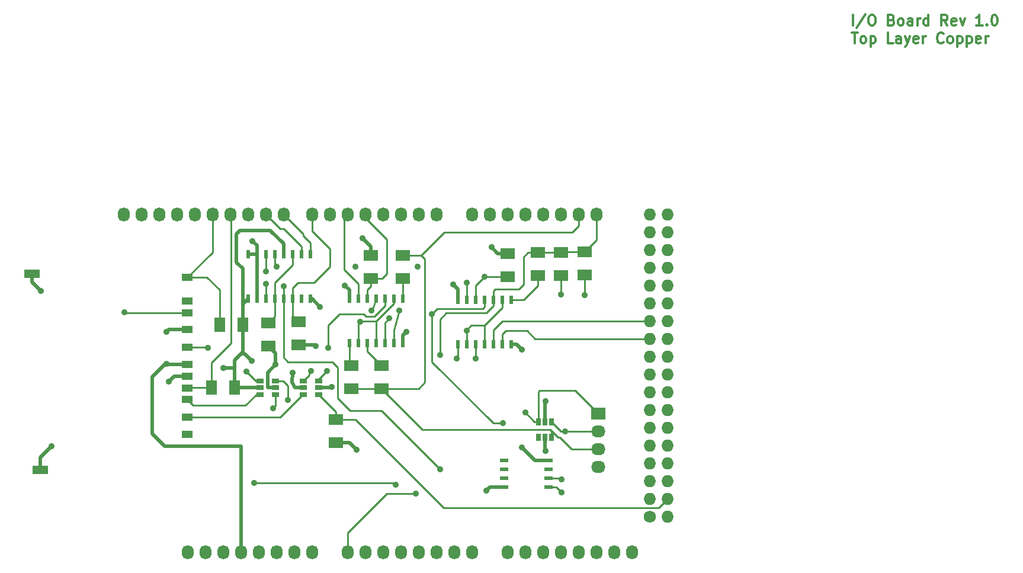
<source format=gbr>
G04 #@! TF.FileFunction,Copper,L1,Top,Signal*
%FSLAX46Y46*%
G04 Gerber Fmt 4.6, Leading zero omitted, Abs format (unit mm)*
G04 Created by KiCad (PCBNEW 4.0.6) date 11/29/17 13:30:51*
%MOMM*%
%LPD*%
G01*
G04 APERTURE LIST*
%ADD10C,0.100000*%
%ADD11C,0.300000*%
%ADD12C,1.727200*%
%ADD13O,1.727200X1.727200*%
%ADD14O,1.727200X2.032000*%
%ADD15R,1.060000X0.650000*%
%ADD16R,0.508000X1.143000*%
%ADD17R,2.030000X1.730000*%
%ADD18O,2.030000X1.730000*%
%ADD19R,2.032000X1.524000*%
%ADD20R,1.524000X2.032000*%
%ADD21R,1.500000X1.000000*%
%ADD22R,2.200000X1.200000*%
%ADD23R,1.143000X0.508000*%
%ADD24R,0.650000X1.060000*%
%ADD25C,0.889000*%
%ADD26C,0.508000*%
%ADD27C,0.254000*%
G04 APERTURE END LIST*
D10*
D11*
X226417143Y-43853571D02*
X226417143Y-42353571D01*
X228202857Y-42282143D02*
X226917143Y-44210714D01*
X228988572Y-42353571D02*
X229274286Y-42353571D01*
X229417144Y-42425000D01*
X229560001Y-42567857D01*
X229631429Y-42853571D01*
X229631429Y-43353571D01*
X229560001Y-43639286D01*
X229417144Y-43782143D01*
X229274286Y-43853571D01*
X228988572Y-43853571D01*
X228845715Y-43782143D01*
X228702858Y-43639286D01*
X228631429Y-43353571D01*
X228631429Y-42853571D01*
X228702858Y-42567857D01*
X228845715Y-42425000D01*
X228988572Y-42353571D01*
X231917144Y-43067857D02*
X232131430Y-43139286D01*
X232202858Y-43210714D01*
X232274287Y-43353571D01*
X232274287Y-43567857D01*
X232202858Y-43710714D01*
X232131430Y-43782143D01*
X231988572Y-43853571D01*
X231417144Y-43853571D01*
X231417144Y-42353571D01*
X231917144Y-42353571D01*
X232060001Y-42425000D01*
X232131430Y-42496429D01*
X232202858Y-42639286D01*
X232202858Y-42782143D01*
X232131430Y-42925000D01*
X232060001Y-42996429D01*
X231917144Y-43067857D01*
X231417144Y-43067857D01*
X233131430Y-43853571D02*
X232988572Y-43782143D01*
X232917144Y-43710714D01*
X232845715Y-43567857D01*
X232845715Y-43139286D01*
X232917144Y-42996429D01*
X232988572Y-42925000D01*
X233131430Y-42853571D01*
X233345715Y-42853571D01*
X233488572Y-42925000D01*
X233560001Y-42996429D01*
X233631430Y-43139286D01*
X233631430Y-43567857D01*
X233560001Y-43710714D01*
X233488572Y-43782143D01*
X233345715Y-43853571D01*
X233131430Y-43853571D01*
X234917144Y-43853571D02*
X234917144Y-43067857D01*
X234845715Y-42925000D01*
X234702858Y-42853571D01*
X234417144Y-42853571D01*
X234274287Y-42925000D01*
X234917144Y-43782143D02*
X234774287Y-43853571D01*
X234417144Y-43853571D01*
X234274287Y-43782143D01*
X234202858Y-43639286D01*
X234202858Y-43496429D01*
X234274287Y-43353571D01*
X234417144Y-43282143D01*
X234774287Y-43282143D01*
X234917144Y-43210714D01*
X235631430Y-43853571D02*
X235631430Y-42853571D01*
X235631430Y-43139286D02*
X235702858Y-42996429D01*
X235774287Y-42925000D01*
X235917144Y-42853571D01*
X236060001Y-42853571D01*
X237202858Y-43853571D02*
X237202858Y-42353571D01*
X237202858Y-43782143D02*
X237060001Y-43853571D01*
X236774287Y-43853571D01*
X236631429Y-43782143D01*
X236560001Y-43710714D01*
X236488572Y-43567857D01*
X236488572Y-43139286D01*
X236560001Y-42996429D01*
X236631429Y-42925000D01*
X236774287Y-42853571D01*
X237060001Y-42853571D01*
X237202858Y-42925000D01*
X239917144Y-43853571D02*
X239417144Y-43139286D01*
X239060001Y-43853571D02*
X239060001Y-42353571D01*
X239631429Y-42353571D01*
X239774287Y-42425000D01*
X239845715Y-42496429D01*
X239917144Y-42639286D01*
X239917144Y-42853571D01*
X239845715Y-42996429D01*
X239774287Y-43067857D01*
X239631429Y-43139286D01*
X239060001Y-43139286D01*
X241131429Y-43782143D02*
X240988572Y-43853571D01*
X240702858Y-43853571D01*
X240560001Y-43782143D01*
X240488572Y-43639286D01*
X240488572Y-43067857D01*
X240560001Y-42925000D01*
X240702858Y-42853571D01*
X240988572Y-42853571D01*
X241131429Y-42925000D01*
X241202858Y-43067857D01*
X241202858Y-43210714D01*
X240488572Y-43353571D01*
X241702858Y-42853571D02*
X242060001Y-43853571D01*
X242417143Y-42853571D01*
X244917143Y-43853571D02*
X244060000Y-43853571D01*
X244488572Y-43853571D02*
X244488572Y-42353571D01*
X244345715Y-42567857D01*
X244202857Y-42710714D01*
X244060000Y-42782143D01*
X245560000Y-43710714D02*
X245631428Y-43782143D01*
X245560000Y-43853571D01*
X245488571Y-43782143D01*
X245560000Y-43710714D01*
X245560000Y-43853571D01*
X246560000Y-42353571D02*
X246702857Y-42353571D01*
X246845714Y-42425000D01*
X246917143Y-42496429D01*
X246988572Y-42639286D01*
X247060000Y-42925000D01*
X247060000Y-43282143D01*
X246988572Y-43567857D01*
X246917143Y-43710714D01*
X246845714Y-43782143D01*
X246702857Y-43853571D01*
X246560000Y-43853571D01*
X246417143Y-43782143D01*
X246345714Y-43710714D01*
X246274286Y-43567857D01*
X246202857Y-43282143D01*
X246202857Y-42925000D01*
X246274286Y-42639286D01*
X246345714Y-42496429D01*
X246417143Y-42425000D01*
X246560000Y-42353571D01*
X226202857Y-44903571D02*
X227060000Y-44903571D01*
X226631429Y-46403571D02*
X226631429Y-44903571D01*
X227774286Y-46403571D02*
X227631428Y-46332143D01*
X227560000Y-46260714D01*
X227488571Y-46117857D01*
X227488571Y-45689286D01*
X227560000Y-45546429D01*
X227631428Y-45475000D01*
X227774286Y-45403571D01*
X227988571Y-45403571D01*
X228131428Y-45475000D01*
X228202857Y-45546429D01*
X228274286Y-45689286D01*
X228274286Y-46117857D01*
X228202857Y-46260714D01*
X228131428Y-46332143D01*
X227988571Y-46403571D01*
X227774286Y-46403571D01*
X228917143Y-45403571D02*
X228917143Y-46903571D01*
X228917143Y-45475000D02*
X229060000Y-45403571D01*
X229345714Y-45403571D01*
X229488571Y-45475000D01*
X229560000Y-45546429D01*
X229631429Y-45689286D01*
X229631429Y-46117857D01*
X229560000Y-46260714D01*
X229488571Y-46332143D01*
X229345714Y-46403571D01*
X229060000Y-46403571D01*
X228917143Y-46332143D01*
X232131429Y-46403571D02*
X231417143Y-46403571D01*
X231417143Y-44903571D01*
X233274286Y-46403571D02*
X233274286Y-45617857D01*
X233202857Y-45475000D01*
X233060000Y-45403571D01*
X232774286Y-45403571D01*
X232631429Y-45475000D01*
X233274286Y-46332143D02*
X233131429Y-46403571D01*
X232774286Y-46403571D01*
X232631429Y-46332143D01*
X232560000Y-46189286D01*
X232560000Y-46046429D01*
X232631429Y-45903571D01*
X232774286Y-45832143D01*
X233131429Y-45832143D01*
X233274286Y-45760714D01*
X233845715Y-45403571D02*
X234202858Y-46403571D01*
X234560000Y-45403571D02*
X234202858Y-46403571D01*
X234060000Y-46760714D01*
X233988572Y-46832143D01*
X233845715Y-46903571D01*
X235702857Y-46332143D02*
X235560000Y-46403571D01*
X235274286Y-46403571D01*
X235131429Y-46332143D01*
X235060000Y-46189286D01*
X235060000Y-45617857D01*
X235131429Y-45475000D01*
X235274286Y-45403571D01*
X235560000Y-45403571D01*
X235702857Y-45475000D01*
X235774286Y-45617857D01*
X235774286Y-45760714D01*
X235060000Y-45903571D01*
X236417143Y-46403571D02*
X236417143Y-45403571D01*
X236417143Y-45689286D02*
X236488571Y-45546429D01*
X236560000Y-45475000D01*
X236702857Y-45403571D01*
X236845714Y-45403571D01*
X239345714Y-46260714D02*
X239274285Y-46332143D01*
X239059999Y-46403571D01*
X238917142Y-46403571D01*
X238702857Y-46332143D01*
X238559999Y-46189286D01*
X238488571Y-46046429D01*
X238417142Y-45760714D01*
X238417142Y-45546429D01*
X238488571Y-45260714D01*
X238559999Y-45117857D01*
X238702857Y-44975000D01*
X238917142Y-44903571D01*
X239059999Y-44903571D01*
X239274285Y-44975000D01*
X239345714Y-45046429D01*
X240202857Y-46403571D02*
X240059999Y-46332143D01*
X239988571Y-46260714D01*
X239917142Y-46117857D01*
X239917142Y-45689286D01*
X239988571Y-45546429D01*
X240059999Y-45475000D01*
X240202857Y-45403571D01*
X240417142Y-45403571D01*
X240559999Y-45475000D01*
X240631428Y-45546429D01*
X240702857Y-45689286D01*
X240702857Y-46117857D01*
X240631428Y-46260714D01*
X240559999Y-46332143D01*
X240417142Y-46403571D01*
X240202857Y-46403571D01*
X241345714Y-45403571D02*
X241345714Y-46903571D01*
X241345714Y-45475000D02*
X241488571Y-45403571D01*
X241774285Y-45403571D01*
X241917142Y-45475000D01*
X241988571Y-45546429D01*
X242060000Y-45689286D01*
X242060000Y-46117857D01*
X241988571Y-46260714D01*
X241917142Y-46332143D01*
X241774285Y-46403571D01*
X241488571Y-46403571D01*
X241345714Y-46332143D01*
X242702857Y-45403571D02*
X242702857Y-46903571D01*
X242702857Y-45475000D02*
X242845714Y-45403571D01*
X243131428Y-45403571D01*
X243274285Y-45475000D01*
X243345714Y-45546429D01*
X243417143Y-45689286D01*
X243417143Y-46117857D01*
X243345714Y-46260714D01*
X243274285Y-46332143D01*
X243131428Y-46403571D01*
X242845714Y-46403571D01*
X242702857Y-46332143D01*
X244631428Y-46332143D02*
X244488571Y-46403571D01*
X244202857Y-46403571D01*
X244060000Y-46332143D01*
X243988571Y-46189286D01*
X243988571Y-45617857D01*
X244060000Y-45475000D01*
X244202857Y-45403571D01*
X244488571Y-45403571D01*
X244631428Y-45475000D01*
X244702857Y-45617857D01*
X244702857Y-45760714D01*
X243988571Y-45903571D01*
X245345714Y-46403571D02*
X245345714Y-45403571D01*
X245345714Y-45689286D02*
X245417142Y-45546429D01*
X245488571Y-45475000D01*
X245631428Y-45403571D01*
X245774285Y-45403571D01*
D12*
X197358000Y-114046000D03*
D13*
X199898000Y-114046000D03*
X197358000Y-111506000D03*
X199898000Y-111506000D03*
X197358000Y-108966000D03*
X199898000Y-108966000D03*
X197358000Y-106426000D03*
X199898000Y-106426000D03*
X197358000Y-103886000D03*
X199898000Y-103886000D03*
X197358000Y-101346000D03*
X199898000Y-101346000D03*
X197358000Y-98806000D03*
X199898000Y-98806000D03*
X197358000Y-96266000D03*
X199898000Y-96266000D03*
X197358000Y-93726000D03*
X199898000Y-93726000D03*
X197358000Y-91186000D03*
X199898000Y-91186000D03*
X197358000Y-88646000D03*
X199898000Y-88646000D03*
X197358000Y-86106000D03*
X199898000Y-86106000D03*
X197358000Y-83566000D03*
X199898000Y-83566000D03*
X197358000Y-81026000D03*
X199898000Y-81026000D03*
X197358000Y-78486000D03*
X199898000Y-78486000D03*
X197358000Y-75946000D03*
X199898000Y-75946000D03*
X197358000Y-73406000D03*
X199898000Y-73406000D03*
X197358000Y-70866000D03*
X199898000Y-70866000D03*
D14*
X131318000Y-119126000D03*
X133858000Y-119126000D03*
X136398000Y-119126000D03*
X138938000Y-119126000D03*
X141478000Y-119126000D03*
X144018000Y-119126000D03*
X146558000Y-119126000D03*
X149098000Y-119126000D03*
X154178000Y-119126000D03*
X156718000Y-119126000D03*
X159258000Y-119126000D03*
X161798000Y-119126000D03*
X164338000Y-119126000D03*
X166878000Y-119126000D03*
X169418000Y-119126000D03*
X171958000Y-119126000D03*
X177038000Y-119126000D03*
X179578000Y-119126000D03*
X182118000Y-119126000D03*
X184658000Y-119126000D03*
X187198000Y-119126000D03*
X189738000Y-119126000D03*
X192278000Y-119126000D03*
X194818000Y-119126000D03*
X122174000Y-70866000D03*
X124714000Y-70866000D03*
X127254000Y-70866000D03*
X129794000Y-70866000D03*
X132334000Y-70866000D03*
X134874000Y-70866000D03*
X137414000Y-70866000D03*
X139954000Y-70866000D03*
X142494000Y-70866000D03*
X145034000Y-70866000D03*
X149098000Y-70866000D03*
X151638000Y-70866000D03*
X154178000Y-70866000D03*
X156718000Y-70866000D03*
X159258000Y-70866000D03*
X161798000Y-70866000D03*
X164338000Y-70866000D03*
X166878000Y-70866000D03*
X171958000Y-70866000D03*
X174498000Y-70866000D03*
X177038000Y-70866000D03*
X179578000Y-70866000D03*
X182118000Y-70866000D03*
X184658000Y-70866000D03*
X187198000Y-70866000D03*
X189738000Y-70866000D03*
D15*
X150071000Y-96581000D03*
X150071000Y-95631000D03*
X150071000Y-94681000D03*
X147871000Y-94681000D03*
X147871000Y-96581000D03*
X147871000Y-95631000D03*
D16*
X139954000Y-76581000D03*
X142494000Y-76581000D03*
X143764000Y-76581000D03*
X145034000Y-76581000D03*
X146304000Y-76581000D03*
X147574000Y-76581000D03*
X148844000Y-76581000D03*
X148844000Y-82931000D03*
X147574000Y-82931000D03*
X146304000Y-82931000D03*
X145034000Y-82931000D03*
X143764000Y-82931000D03*
X142494000Y-82931000D03*
X141224000Y-82931000D03*
X139954000Y-82931000D03*
X141224000Y-76581000D03*
X169926000Y-89408000D03*
X171196000Y-89408000D03*
X172466000Y-89408000D03*
X173736000Y-89408000D03*
X175006000Y-89408000D03*
X176276000Y-89408000D03*
X177546000Y-89408000D03*
X177546000Y-83058000D03*
X176276000Y-83058000D03*
X173736000Y-83058000D03*
X172466000Y-83058000D03*
X171196000Y-83058000D03*
X169926000Y-83058000D03*
X175006000Y-83058000D03*
X154432000Y-89281000D03*
X155702000Y-89281000D03*
X156972000Y-89281000D03*
X158242000Y-89281000D03*
X159512000Y-89281000D03*
X160782000Y-89281000D03*
X162052000Y-89281000D03*
X162052000Y-82931000D03*
X160782000Y-82931000D03*
X158242000Y-82931000D03*
X156972000Y-82931000D03*
X155702000Y-82931000D03*
X154432000Y-82931000D03*
X159512000Y-82931000D03*
D17*
X189992000Y-99314000D03*
D18*
X189992000Y-101854000D03*
X189992000Y-104394000D03*
X189992000Y-106934000D03*
D19*
X147193000Y-89535000D03*
X147193000Y-86233000D03*
D20*
X139192000Y-86614000D03*
X135890000Y-86614000D03*
D19*
X184658000Y-76327000D03*
X184658000Y-79629000D03*
X181356000Y-76327000D03*
X181356000Y-79629000D03*
X154686000Y-95758000D03*
X154686000Y-92456000D03*
X162052000Y-76708000D03*
X162052000Y-80010000D03*
X188087000Y-76200000D03*
X188087000Y-79502000D03*
X159004000Y-95758000D03*
X159004000Y-92456000D03*
X142875000Y-86360000D03*
X142875000Y-89662000D03*
X177038000Y-76454000D03*
X177038000Y-79756000D03*
X157480000Y-76708000D03*
X157480000Y-80010000D03*
D21*
X131276000Y-99815000D03*
X131276000Y-97315000D03*
X131276000Y-94015000D03*
X131276000Y-92315000D03*
X131276000Y-89815000D03*
X131276000Y-87315000D03*
X131276000Y-84895000D03*
X131276000Y-83195000D03*
X131276000Y-102315000D03*
X131276000Y-95665000D03*
X131276000Y-79845000D03*
D22*
X110276000Y-107345000D03*
X109076000Y-79345000D03*
D20*
X138049000Y-95631000D03*
X134747000Y-95631000D03*
D19*
X152527000Y-103505000D03*
X152527000Y-100203000D03*
D15*
X143848000Y-96581000D03*
X143848000Y-95631000D03*
X143848000Y-94681000D03*
X141648000Y-94681000D03*
X141648000Y-96581000D03*
X141648000Y-95631000D03*
D23*
X182880000Y-106045000D03*
X182880000Y-107315000D03*
X182880000Y-108585000D03*
X182880000Y-109855000D03*
X176530000Y-109855000D03*
X176530000Y-108585000D03*
X176530000Y-107315000D03*
X176530000Y-106045000D03*
D24*
X181422000Y-102700000D03*
X182372000Y-102700000D03*
X183322000Y-102700000D03*
X183322000Y-100500000D03*
X181422000Y-100500000D03*
X182372000Y-100500000D03*
D25*
X179070000Y-90170000D03*
X128651000Y-94742000D03*
X111887000Y-104013000D03*
X110363000Y-81788000D03*
X155321000Y-78359000D03*
X150241000Y-84074000D03*
X162560000Y-87630000D03*
X182499000Y-104648000D03*
X173990000Y-110363000D03*
X143891000Y-92329000D03*
X151892000Y-95504000D03*
X128270000Y-87630000D03*
X155448000Y-104521000D03*
X164211000Y-78359000D03*
X169291000Y-80899000D03*
X174752000Y-75565000D03*
X149606000Y-89662000D03*
X153797000Y-81026000D03*
X140589000Y-74676000D03*
X156337000Y-74295000D03*
X182499000Y-97536000D03*
X179070000Y-104140000D03*
X148971000Y-93218000D03*
X151384000Y-89916000D03*
X167386000Y-107315000D03*
X142494000Y-78994000D03*
X145034000Y-81153000D03*
X163957000Y-110744000D03*
X179578000Y-99187000D03*
X185293000Y-101854000D03*
X176403000Y-100711000D03*
X166243000Y-85090000D03*
X157607000Y-84582000D03*
X184785000Y-108712000D03*
X184785000Y-110617000D03*
X184658000Y-82296000D03*
X169799000Y-91440000D03*
X188087000Y-82423000D03*
X172466000Y-91440000D03*
X173736000Y-79756000D03*
X171196000Y-80645000D03*
X160147000Y-85725000D03*
X161544000Y-84582000D03*
X151257000Y-93218000D03*
X167386000Y-90932000D03*
X134239000Y-89916000D03*
X139700000Y-93345000D03*
X122301000Y-84836000D03*
X140843000Y-109220000D03*
X161036000Y-109474000D03*
X145669000Y-97409000D03*
X143510000Y-98552000D03*
X140462000Y-91821000D03*
X146304000Y-93472000D03*
X136398000Y-92837000D03*
X128270000Y-92202000D03*
X171196000Y-87503000D03*
X142494000Y-80772000D03*
X155956000Y-86233000D03*
X144018000Y-78359000D03*
D26*
X177546000Y-89408000D02*
X178308000Y-89408000D01*
X178308000Y-89408000D02*
X179070000Y-90170000D01*
X131276000Y-94015000D02*
X129378000Y-94015000D01*
X129378000Y-94015000D02*
X128651000Y-94742000D01*
X110276000Y-107345000D02*
X110276000Y-105624000D01*
X110276000Y-105624000D02*
X111887000Y-104013000D01*
X109076000Y-79345000D02*
X109076000Y-80501000D01*
X109076000Y-80501000D02*
X110363000Y-81788000D01*
X148844000Y-82931000D02*
X149098000Y-82931000D01*
X149098000Y-82931000D02*
X150241000Y-84074000D01*
X162052000Y-88138000D02*
X162560000Y-87630000D01*
X162052000Y-89281000D02*
X162052000Y-88138000D01*
X143891000Y-92329000D02*
X143891000Y-90678000D01*
X143891000Y-90678000D02*
X142875000Y-89662000D01*
X182372000Y-102700000D02*
X182372000Y-104521000D01*
X182372000Y-104521000D02*
X182499000Y-104648000D01*
X174498000Y-109855000D02*
X176530000Y-109855000D01*
X173990000Y-110363000D02*
X174498000Y-109855000D01*
X143848000Y-95631000D02*
X142748000Y-95631000D01*
X142748000Y-93472000D02*
X143891000Y-92329000D01*
X142748000Y-95631000D02*
X142748000Y-93472000D01*
X151765000Y-95631000D02*
X150071000Y-95631000D01*
X151892000Y-95504000D02*
X151765000Y-95631000D01*
X128585000Y-87315000D02*
X131276000Y-87315000D01*
X128270000Y-87630000D02*
X128585000Y-87315000D01*
X109076000Y-79345000D02*
X109076000Y-79866000D01*
X152527000Y-103505000D02*
X154432000Y-103505000D01*
X154432000Y-103505000D02*
X155448000Y-104521000D01*
X169926000Y-83058000D02*
X169926000Y-81534000D01*
X169926000Y-81534000D02*
X169291000Y-80899000D01*
X177038000Y-76454000D02*
X175641000Y-76454000D01*
X175641000Y-76454000D02*
X174752000Y-75565000D01*
X147193000Y-89535000D02*
X149479000Y-89535000D01*
X149479000Y-89535000D02*
X149606000Y-89662000D01*
X154432000Y-82931000D02*
X154432000Y-81661000D01*
X154432000Y-81661000D02*
X153797000Y-81026000D01*
X141224000Y-76581000D02*
X141224000Y-75311000D01*
X141224000Y-75311000D02*
X140589000Y-74676000D01*
X157480000Y-75438000D02*
X156337000Y-74295000D01*
X157480000Y-76708000D02*
X157480000Y-75438000D01*
X182372000Y-97663000D02*
X182372000Y-100500000D01*
X182499000Y-97536000D02*
X182372000Y-97663000D01*
X182880000Y-106045000D02*
X180975000Y-106045000D01*
X180975000Y-106045000D02*
X179070000Y-104140000D01*
X139954000Y-76581000D02*
X141224000Y-76581000D01*
X141224000Y-82931000D02*
X141224000Y-76581000D01*
D27*
X155321000Y-85090000D02*
X153035000Y-85090000D01*
X148717000Y-93835000D02*
X147871000Y-94681000D01*
X148717000Y-93472000D02*
X148717000Y-93835000D01*
X148971000Y-93218000D02*
X148717000Y-93472000D01*
X151384000Y-86741000D02*
X151384000Y-89916000D01*
X153035000Y-85090000D02*
X151384000Y-86741000D01*
X159512000Y-82931000D02*
X159512000Y-83947000D01*
X156464000Y-85090000D02*
X155321000Y-85090000D01*
X155321000Y-85090000D02*
X155194000Y-85090000D01*
X156845000Y-85471000D02*
X156464000Y-85090000D01*
X157988000Y-85471000D02*
X156845000Y-85471000D01*
X159512000Y-83947000D02*
X157988000Y-85471000D01*
X145034000Y-70866000D02*
X147828000Y-73660000D01*
X148844000Y-74930000D02*
X148844000Y-76581000D01*
X147828000Y-73914000D02*
X148844000Y-74930000D01*
X147828000Y-73660000D02*
X147828000Y-73914000D01*
X147574000Y-76581000D02*
X147574000Y-75438000D01*
X144526000Y-72898000D02*
X142494000Y-70866000D01*
X145034000Y-72898000D02*
X144526000Y-72898000D01*
X147574000Y-75438000D02*
X145034000Y-72898000D01*
X146304000Y-82931000D02*
X146304000Y-85344000D01*
X146304000Y-85344000D02*
X147193000Y-86233000D01*
X149098000Y-70866000D02*
X149098000Y-73279000D01*
X146304000Y-81407000D02*
X146304000Y-82931000D01*
X147066000Y-80645000D02*
X146304000Y-81407000D01*
X149352000Y-80645000D02*
X147066000Y-80645000D01*
X151638000Y-78359000D02*
X149352000Y-80645000D01*
X151638000Y-75819000D02*
X151638000Y-78359000D01*
X149098000Y-73279000D02*
X151638000Y-75819000D01*
X145034000Y-82931000D02*
X145034000Y-91313000D01*
X159004000Y-98933000D02*
X167386000Y-107315000D01*
X154559000Y-98933000D02*
X159004000Y-98933000D01*
X152781000Y-97155000D02*
X154559000Y-98933000D01*
X152781000Y-92710000D02*
X152781000Y-97155000D01*
X152019000Y-91948000D02*
X152781000Y-92710000D01*
X145669000Y-91948000D02*
X152019000Y-91948000D01*
X145034000Y-91313000D02*
X145669000Y-91948000D01*
X145034000Y-82931000D02*
X145034000Y-81153000D01*
X142494000Y-78994000D02*
X142494000Y-76581000D01*
X154178000Y-119126000D02*
X154178000Y-116332000D01*
X154178000Y-116332000D02*
X159766000Y-110744000D01*
X159766000Y-110744000D02*
X163957000Y-110744000D01*
X180891000Y-100500000D02*
X181422000Y-100500000D01*
X179578000Y-99187000D02*
X180891000Y-100500000D01*
X181422000Y-100500000D02*
X181422000Y-96200000D01*
X186690000Y-96012000D02*
X189992000Y-99314000D01*
X181610000Y-96012000D02*
X186690000Y-96012000D01*
X181422000Y-96200000D02*
X181610000Y-96012000D01*
X166243000Y-85090000D02*
X166243000Y-91948000D01*
X175006000Y-100711000D02*
X176403000Y-100711000D01*
X166243000Y-91948000D02*
X175006000Y-100711000D01*
X158242000Y-82931000D02*
X157734000Y-84455000D01*
X173736000Y-84074000D02*
X173736000Y-83058000D01*
X173482000Y-84328000D02*
X173736000Y-84074000D01*
X167005000Y-84328000D02*
X173482000Y-84328000D01*
X166243000Y-85090000D02*
X167005000Y-84328000D01*
X157734000Y-84455000D02*
X157607000Y-84582000D01*
X182880000Y-108585000D02*
X184658000Y-108585000D01*
X184658000Y-108585000D02*
X184785000Y-108712000D01*
X189992000Y-101854000D02*
X185293000Y-101854000D01*
X185293000Y-101854000D02*
X184676000Y-101854000D01*
X184676000Y-101854000D02*
X183322000Y-100500000D01*
X183322000Y-102700000D02*
X183322000Y-101788000D01*
X183261000Y-101854000D02*
X183261000Y-101727000D01*
X183261000Y-101849000D02*
X183261000Y-101854000D01*
X183322000Y-101788000D02*
X183261000Y-101849000D01*
X182880000Y-109855000D02*
X184023000Y-109855000D01*
X184023000Y-109855000D02*
X184785000Y-110617000D01*
X187198000Y-70866000D02*
X187198000Y-72517000D01*
X168021000Y-73406000D02*
X164719000Y-76708000D01*
X186309000Y-73406000D02*
X168021000Y-73406000D01*
X187198000Y-72517000D02*
X186309000Y-73406000D01*
X159004000Y-95758000D02*
X164338000Y-95758000D01*
X164719000Y-76708000D02*
X162052000Y-76708000D01*
X165227000Y-77216000D02*
X164719000Y-76708000D01*
X165227000Y-94869000D02*
X165227000Y-77216000D01*
X164338000Y-95758000D02*
X165227000Y-94869000D01*
X159004000Y-95758000D02*
X154686000Y-95758000D01*
X189992000Y-104394000D02*
X186182000Y-104394000D01*
X164846000Y-101600000D02*
X159004000Y-95758000D01*
X183134000Y-101600000D02*
X164846000Y-101600000D01*
X184234000Y-102700000D02*
X183261000Y-101727000D01*
X183261000Y-101727000D02*
X183134000Y-101600000D01*
X184488000Y-102700000D02*
X184234000Y-102700000D01*
X186182000Y-104394000D02*
X184488000Y-102700000D01*
X169926000Y-89408000D02*
X169926000Y-91313000D01*
X184658000Y-82296000D02*
X184658000Y-79629000D01*
X169926000Y-91313000D02*
X169799000Y-91440000D01*
X172466000Y-89408000D02*
X172466000Y-91440000D01*
X188087000Y-82423000D02*
X188087000Y-79502000D01*
X197358000Y-86106000D02*
X176276000Y-86106000D01*
X175006000Y-87376000D02*
X175006000Y-89408000D01*
X176276000Y-86106000D02*
X175006000Y-87376000D01*
X197358000Y-88646000D02*
X180975000Y-88646000D01*
X176276000Y-88011000D02*
X176276000Y-89408000D01*
X176784000Y-87503000D02*
X176276000Y-88011000D01*
X179832000Y-87503000D02*
X176784000Y-87503000D01*
X180975000Y-88646000D02*
X179832000Y-87503000D01*
X177546000Y-83058000D02*
X179324000Y-83058000D01*
X181356000Y-81026000D02*
X181356000Y-79629000D01*
X179324000Y-83058000D02*
X181356000Y-81026000D01*
X177038000Y-79756000D02*
X173736000Y-79756000D01*
X172466000Y-81026000D02*
X172466000Y-83058000D01*
X173736000Y-79756000D02*
X172466000Y-81026000D01*
X171196000Y-80645000D02*
X171196000Y-83058000D01*
X154432000Y-89281000D02*
X154432000Y-92202000D01*
X154432000Y-92202000D02*
X154686000Y-92456000D01*
X156972000Y-89281000D02*
X156972000Y-90424000D01*
X156972000Y-90424000D02*
X159004000Y-92456000D01*
X159512000Y-86360000D02*
X160147000Y-85725000D01*
X159512000Y-86360000D02*
X159512000Y-89281000D01*
X160782000Y-89281000D02*
X160782000Y-87376000D01*
X160782000Y-87376000D02*
X161544000Y-84582000D01*
X162052000Y-80010000D02*
X162052000Y-82931000D01*
X156718000Y-70866000D02*
X156718000Y-71374000D01*
X156718000Y-71374000D02*
X159766000Y-74422000D01*
X159766000Y-74422000D02*
X159766000Y-79375000D01*
X159766000Y-79375000D02*
X159131000Y-80010000D01*
X159131000Y-80010000D02*
X157480000Y-80010000D01*
X157480000Y-80010000D02*
X157480000Y-81153000D01*
X156972000Y-81661000D02*
X156972000Y-82931000D01*
X157480000Y-81153000D02*
X156972000Y-81661000D01*
X155702000Y-82931000D02*
X155702000Y-80772000D01*
X153670000Y-78740000D02*
X153670000Y-71374000D01*
X155702000Y-80772000D02*
X153670000Y-78740000D01*
X153670000Y-71374000D02*
X154178000Y-70866000D01*
X150071000Y-94681000D02*
X150071000Y-94404000D01*
X150071000Y-94404000D02*
X151257000Y-93218000D01*
X167386000Y-90932000D02*
X167386000Y-90043000D01*
X167386000Y-90043000D02*
X167386000Y-85852000D01*
X167386000Y-85852000D02*
X168275000Y-84963000D01*
X168275000Y-84963000D02*
X173990000Y-84963000D01*
X173990000Y-84963000D02*
X175006000Y-83947000D01*
X175006000Y-83947000D02*
X175006000Y-83058000D01*
X175006000Y-83058000D02*
X175006000Y-81788000D01*
X179959000Y-76327000D02*
X181356000Y-76327000D01*
X179324000Y-76962000D02*
X179959000Y-76327000D01*
X179324000Y-80899000D02*
X179324000Y-76962000D01*
X178689000Y-81534000D02*
X179324000Y-80899000D01*
X175260000Y-81534000D02*
X178689000Y-81534000D01*
X175006000Y-81788000D02*
X175260000Y-81534000D01*
X184658000Y-76327000D02*
X181356000Y-76327000D01*
X188087000Y-76200000D02*
X184785000Y-76200000D01*
X184785000Y-76200000D02*
X184658000Y-76327000D01*
X189738000Y-70866000D02*
X189738000Y-74549000D01*
X189738000Y-74549000D02*
X188087000Y-76200000D01*
X143764000Y-82931000D02*
X143764000Y-85471000D01*
X143764000Y-85471000D02*
X142875000Y-86360000D01*
X143764000Y-82931000D02*
X143764000Y-80645000D01*
X146304000Y-78105000D02*
X146304000Y-76581000D01*
X143764000Y-80645000D02*
X146304000Y-78105000D01*
X143891000Y-83058000D02*
X143764000Y-82931000D01*
X147871000Y-96581000D02*
X147767000Y-96581000D01*
X147767000Y-96581000D02*
X144533000Y-99815000D01*
X144533000Y-99815000D02*
X131276000Y-99815000D01*
X141648000Y-96581000D02*
X141163000Y-96581000D01*
X141163000Y-96581000D02*
X139573000Y-98171000D01*
X139573000Y-98171000D02*
X132132000Y-98171000D01*
X132132000Y-98171000D02*
X131276000Y-97315000D01*
X141648000Y-94681000D02*
X141036000Y-94681000D01*
X134138000Y-89815000D02*
X131276000Y-89815000D01*
X134239000Y-89916000D02*
X134138000Y-89815000D01*
X141036000Y-94681000D02*
X139700000Y-93345000D01*
X122360000Y-84895000D02*
X131276000Y-84895000D01*
X122301000Y-84836000D02*
X122360000Y-84895000D01*
X160782000Y-109220000D02*
X140843000Y-109220000D01*
X161036000Y-109474000D02*
X160782000Y-109220000D01*
X134747000Y-95631000D02*
X134747000Y-92075000D01*
X137541000Y-89281000D02*
X137541000Y-70993000D01*
X134747000Y-92075000D02*
X137541000Y-89281000D01*
X137541000Y-70993000D02*
X137414000Y-70866000D01*
X134747000Y-95631000D02*
X131310000Y-95631000D01*
X131310000Y-95631000D02*
X131276000Y-95665000D01*
X131276000Y-79845000D02*
X134074000Y-79845000D01*
X135890000Y-81661000D02*
X135890000Y-86614000D01*
X134074000Y-79845000D02*
X135890000Y-81661000D01*
X134874000Y-70866000D02*
X134874000Y-76247000D01*
X134874000Y-76247000D02*
X131276000Y-79845000D01*
X143848000Y-94681000D02*
X144973000Y-94681000D01*
X145669000Y-95377000D02*
X145669000Y-97409000D01*
X144973000Y-94681000D02*
X145669000Y-95377000D01*
X152527000Y-100203000D02*
X152527000Y-99037000D01*
X152527000Y-99037000D02*
X150071000Y-96581000D01*
X199898000Y-111506000D02*
X198628000Y-112776000D01*
X155321000Y-100203000D02*
X152527000Y-100203000D01*
X167894000Y-112776000D02*
X155321000Y-100203000D01*
X198628000Y-112776000D02*
X167894000Y-112776000D01*
X143848000Y-96581000D02*
X143848000Y-98214000D01*
X143848000Y-98214000D02*
X143510000Y-98552000D01*
D26*
X139192000Y-83693000D02*
X139192000Y-78613000D01*
X145034000Y-75057000D02*
X145034000Y-76581000D01*
X143129000Y-73152000D02*
X145034000Y-75057000D01*
X138811000Y-73152000D02*
X143129000Y-73152000D01*
X138303000Y-73660000D02*
X138811000Y-73152000D01*
X138303000Y-77724000D02*
X138303000Y-73660000D01*
X139192000Y-78613000D02*
X138303000Y-77724000D01*
X139446000Y-90805000D02*
X138938000Y-90805000D01*
X140462000Y-91821000D02*
X139446000Y-90805000D01*
X147871000Y-95631000D02*
X146685000Y-95631000D01*
X146264829Y-94864325D02*
X146304000Y-93472000D01*
X146685000Y-95631000D02*
X146264829Y-94864325D01*
X136398000Y-92837000D02*
X138049000Y-92837000D01*
X128270000Y-92202000D02*
X128143000Y-92202000D01*
X128016000Y-104013000D02*
X138938000Y-104013000D01*
X126238000Y-102235000D02*
X128016000Y-104013000D01*
X126238000Y-94107000D02*
X126238000Y-102235000D01*
X128143000Y-92202000D02*
X126238000Y-94107000D01*
X128383000Y-92315000D02*
X131276000Y-92315000D01*
X128270000Y-92202000D02*
X128383000Y-92315000D01*
X138938000Y-119126000D02*
X138938000Y-104013000D01*
X138049000Y-95631000D02*
X141648000Y-95631000D01*
X138049000Y-95631000D02*
X138049000Y-92837000D01*
X138049000Y-92837000D02*
X138049000Y-91694000D01*
X138049000Y-91694000D02*
X138938000Y-90805000D01*
X138938000Y-90805000D02*
X139192000Y-90551000D01*
X139192000Y-90551000D02*
X139192000Y-86614000D01*
X139192000Y-86614000D02*
X139192000Y-83693000D01*
X139192000Y-83693000D02*
X139954000Y-82931000D01*
D27*
X142494000Y-82931000D02*
X142494000Y-80772000D01*
X173736000Y-86741000D02*
X171831000Y-86741000D01*
X171196000Y-87376000D02*
X171196000Y-87503000D01*
X171196000Y-87503000D02*
X171196000Y-89408000D01*
X171831000Y-86741000D02*
X171196000Y-87376000D01*
X176276000Y-83058000D02*
X176276000Y-84201000D01*
X173736000Y-86741000D02*
X173736000Y-89408000D01*
X176276000Y-84201000D02*
X173736000Y-86741000D01*
X143764000Y-76581000D02*
X143764000Y-78105000D01*
X143764000Y-78105000D02*
X144018000Y-78359000D01*
X158242000Y-86106000D02*
X156083000Y-86106000D01*
X155702000Y-86487000D02*
X155702000Y-89281000D01*
X156083000Y-86106000D02*
X155956000Y-86233000D01*
X155956000Y-86233000D02*
X155702000Y-86487000D01*
X160782000Y-82931000D02*
X160782000Y-83566000D01*
X158242000Y-86106000D02*
X158242000Y-89281000D01*
X160782000Y-83566000D02*
X158242000Y-86106000D01*
M02*

</source>
